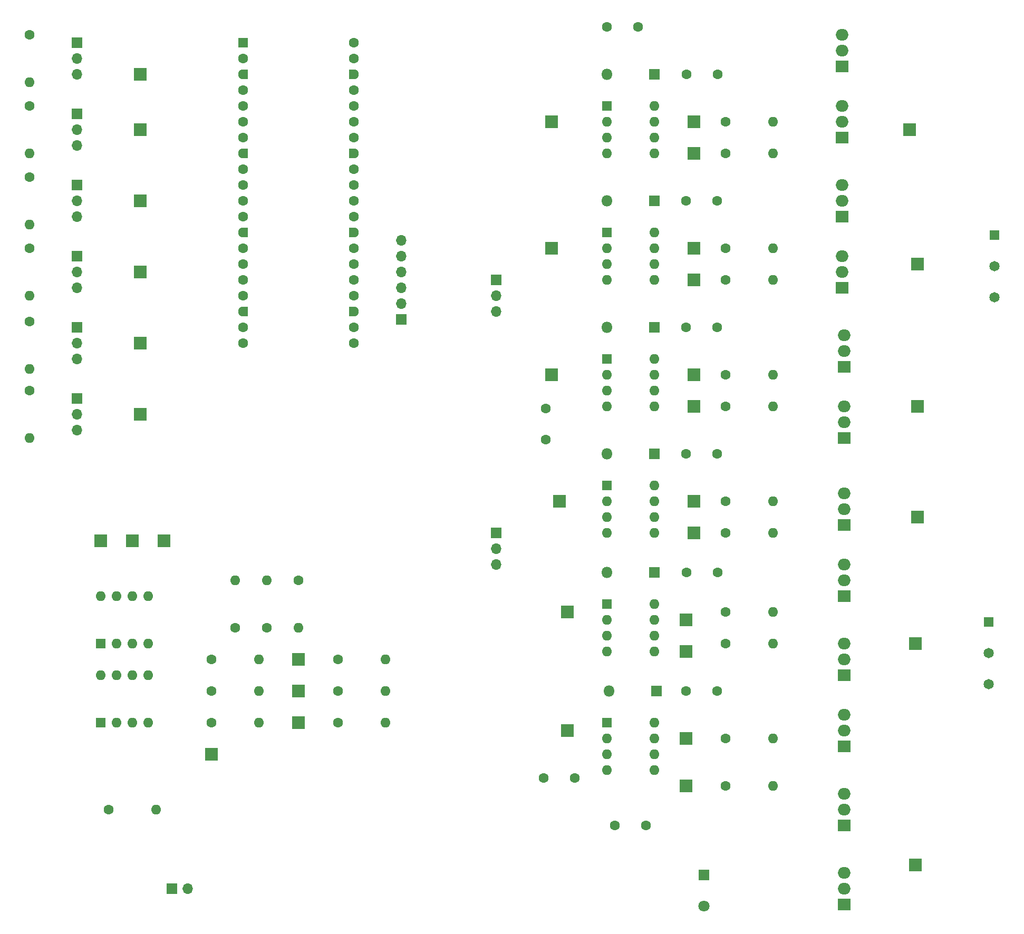
<source format=gbr>
%TF.GenerationSoftware,KiCad,Pcbnew,7.0.5*%
%TF.CreationDate,2024-03-16T22:55:45+00:00*%
%TF.ProjectId,PCB,5043422e-6b69-4636-9164-5f7063625858,rev?*%
%TF.SameCoordinates,Original*%
%TF.FileFunction,Soldermask,Bot*%
%TF.FilePolarity,Negative*%
%FSLAX46Y46*%
G04 Gerber Fmt 4.6, Leading zero omitted, Abs format (unit mm)*
G04 Created by KiCad (PCBNEW 7.0.5) date 2024-03-16 22:55:45*
%MOMM*%
%LPD*%
G01*
G04 APERTURE LIST*
G04 Aperture macros list*
%AMRoundRect*
0 Rectangle with rounded corners*
0 $1 Rounding radius*
0 $2 $3 $4 $5 $6 $7 $8 $9 X,Y pos of 4 corners*
0 Add a 4 corners polygon primitive as box body*
4,1,4,$2,$3,$4,$5,$6,$7,$8,$9,$2,$3,0*
0 Add four circle primitives for the rounded corners*
1,1,$1+$1,$2,$3*
1,1,$1+$1,$4,$5*
1,1,$1+$1,$6,$7*
1,1,$1+$1,$8,$9*
0 Add four rect primitives between the rounded corners*
20,1,$1+$1,$2,$3,$4,$5,0*
20,1,$1+$1,$4,$5,$6,$7,0*
20,1,$1+$1,$6,$7,$8,$9,0*
20,1,$1+$1,$8,$9,$2,$3,0*%
%AMFreePoly0*
4,1,28,0.605014,0.794986,0.644504,0.794986,0.724698,0.756366,0.780194,0.686777,0.800000,0.600000,0.800000,-0.600000,0.780194,-0.686777,0.724698,-0.756366,0.644504,-0.794986,0.605014,-0.794986,0.600000,-0.800000,0.000000,-0.800000,-0.178017,-0.779942,-0.347107,-0.720775,-0.498792,-0.625465,-0.625465,-0.498792,-0.720775,-0.347107,-0.779942,-0.178017,-0.800000,0.000000,-0.779942,0.178017,
-0.720775,0.347107,-0.625465,0.498792,-0.498792,0.625465,-0.347107,0.720775,-0.178017,0.779942,0.000000,0.800000,0.600000,0.800000,0.605014,0.794986,0.605014,0.794986,$1*%
%AMFreePoly1*
4,1,28,0.178017,0.779942,0.347107,0.720775,0.498792,0.625465,0.625465,0.498792,0.720775,0.347107,0.779942,0.178017,0.800000,0.000000,0.779942,-0.178017,0.720775,-0.347107,0.625465,-0.498792,0.498792,-0.625465,0.347107,-0.720775,0.178017,-0.779942,0.000000,-0.800000,-0.600000,-0.800000,-0.605014,-0.794986,-0.644504,-0.794986,-0.724698,-0.756366,-0.780194,-0.686777,-0.800000,-0.600000,
-0.800000,0.600000,-0.780194,0.686777,-0.724698,0.756366,-0.644504,0.794986,-0.605014,0.794986,-0.600000,0.800000,0.000000,0.800000,0.178017,0.779942,0.178017,0.779942,$1*%
G04 Aperture macros list end*
%ADD10R,1.800000X1.800000*%
%ADD11O,1.800000X1.800000*%
%ADD12R,2.000000X2.000000*%
%ADD13C,1.600000*%
%ADD14O,1.600000X1.600000*%
%ADD15R,2.000000X1.905000*%
%ADD16O,2.000000X1.905000*%
%ADD17R,1.600000X1.600000*%
%ADD18R,1.700000X1.700000*%
%ADD19O,1.700000X1.700000*%
%ADD20RoundRect,0.200000X-0.600000X-0.600000X0.600000X-0.600000X0.600000X0.600000X-0.600000X0.600000X0*%
%ADD21FreePoly0,0.000000*%
%ADD22FreePoly1,0.000000*%
%ADD23R,1.650000X1.650000*%
%ADD24C,1.650000*%
%ADD25C,1.800000*%
G04 APERTURE END LIST*
D10*
%TO.C,D5*%
X234620000Y-103810000D03*
D11*
X227000000Y-103810000D03*
%TD*%
D12*
%TO.C,TP32*%
X239700000Y-176200000D03*
%TD*%
D13*
%TO.C,C1*%
X217170000Y-142160000D03*
X217170000Y-137160000D03*
%TD*%
%TO.C,R14*%
X163500000Y-182550000D03*
D14*
X171120000Y-182550000D03*
%TD*%
D12*
%TO.C,TP5*%
X240970000Y-96190000D03*
%TD*%
%TO.C,TP10*%
X276855000Y-136830000D03*
%TD*%
D13*
%TO.C,R4*%
X246050000Y-174930000D03*
D14*
X253670000Y-174930000D03*
%TD*%
D13*
%TO.C,C2*%
X239740000Y-144450000D03*
X244740000Y-144450000D03*
%TD*%
D15*
%TO.C,Q1*%
X265100000Y-167310000D03*
D16*
X265100000Y-164770000D03*
X265100000Y-162230000D03*
%TD*%
D12*
%TO.C,TP31*%
X239700000Y-171120000D03*
%TD*%
D15*
%TO.C,Q5*%
X265100000Y-216840000D03*
D16*
X265100000Y-214300000D03*
X265100000Y-211760000D03*
%TD*%
D13*
%TO.C,R25*%
X134290000Y-100000000D03*
D14*
X134290000Y-107620000D03*
%TD*%
D10*
%TO.C,D3*%
X234950000Y-182550000D03*
D11*
X227330000Y-182550000D03*
%TD*%
D13*
%TO.C,C5*%
X239780000Y-163500000D03*
X244780000Y-163500000D03*
%TD*%
D17*
%TO.C,U1*%
X227010000Y-149540000D03*
D14*
X227010000Y-152080000D03*
X227010000Y-154620000D03*
X227010000Y-157160000D03*
X234630000Y-157160000D03*
X234630000Y-154620000D03*
X234630000Y-152080000D03*
X234630000Y-149540000D03*
%TD*%
D12*
%TO.C,TP26*%
X240970000Y-152070000D03*
%TD*%
D15*
%TO.C,Q11*%
X265100000Y-130480000D03*
D16*
X265100000Y-127940000D03*
X265100000Y-125400000D03*
%TD*%
D12*
%TO.C,TP21*%
X152070000Y-83490000D03*
%TD*%
D13*
%TO.C,R5*%
X246050000Y-190170000D03*
D14*
X253670000Y-190170000D03*
%TD*%
D12*
%TO.C,TP29*%
X276530000Y-174930000D03*
%TD*%
%TO.C,TP20*%
X177470000Y-187630000D03*
%TD*%
D13*
%TO.C,R7*%
X246050000Y-91110000D03*
D14*
X253670000Y-91110000D03*
%TD*%
D12*
%TO.C,TP28*%
X276855000Y-154610000D03*
%TD*%
%TO.C,TP19*%
X177470000Y-182550000D03*
%TD*%
D13*
%TO.C,R16*%
X183820000Y-177470000D03*
D14*
X191440000Y-177470000D03*
%TD*%
D12*
%TO.C,TP1*%
X218110000Y-91110000D03*
%TD*%
D15*
%TO.C,Q9*%
X264775000Y-106350000D03*
D16*
X264775000Y-103810000D03*
X264775000Y-101270000D03*
%TD*%
D17*
%TO.C,U6*%
X227010000Y-108900000D03*
D14*
X227010000Y-111440000D03*
X227010000Y-113980000D03*
X227010000Y-116520000D03*
X234630000Y-116520000D03*
X234630000Y-113980000D03*
X234630000Y-111440000D03*
X234630000Y-108900000D03*
%TD*%
D13*
%TO.C,R13*%
X163500000Y-177470000D03*
D14*
X171120000Y-177470000D03*
%TD*%
D13*
%TO.C,C8*%
X239740000Y-182550000D03*
X244740000Y-182550000D03*
%TD*%
%TO.C,R6*%
X246050000Y-197790000D03*
D14*
X253670000Y-197790000D03*
%TD*%
D12*
%TO.C,TP17*%
X155880000Y-158420000D03*
%TD*%
%TO.C,TP36*%
X152070000Y-138100000D03*
%TD*%
D17*
%TO.C,U7*%
X227010000Y-129220000D03*
D14*
X227010000Y-131760000D03*
X227010000Y-134300000D03*
X227010000Y-136840000D03*
X234630000Y-136840000D03*
X234630000Y-134300000D03*
X234630000Y-131760000D03*
X234630000Y-129220000D03*
%TD*%
D17*
%TO.C,U5*%
X227010000Y-88580000D03*
D14*
X227010000Y-91120000D03*
X227010000Y-93660000D03*
X227010000Y-96200000D03*
X234630000Y-96200000D03*
X234630000Y-93660000D03*
X234630000Y-91120000D03*
X234630000Y-88580000D03*
%TD*%
D17*
%TO.C,U9*%
X145730000Y-174920000D03*
D14*
X148270000Y-174920000D03*
X150810000Y-174920000D03*
X153350000Y-174920000D03*
X153350000Y-167300000D03*
X150810000Y-167300000D03*
X148270000Y-167300000D03*
X145730000Y-167300000D03*
%TD*%
D18*
%TO.C,J4*%
X209220000Y-116510000D03*
D19*
X209220000Y-119050000D03*
X209220000Y-121590000D03*
%TD*%
D13*
%TO.C,C7*%
X221880000Y-196520000D03*
X216880000Y-196520000D03*
%TD*%
D12*
%TO.C,TP6*%
X240970000Y-111430000D03*
%TD*%
%TO.C,TP4*%
X240970000Y-91110000D03*
%TD*%
D17*
%TO.C,U8*%
X145730000Y-187620000D03*
D14*
X148270000Y-187620000D03*
X150810000Y-187620000D03*
X153350000Y-187620000D03*
X153350000Y-180000000D03*
X150810000Y-180000000D03*
X148270000Y-180000000D03*
X145730000Y-180000000D03*
%TD*%
D12*
%TO.C,TP14*%
X150800000Y-158420000D03*
%TD*%
D13*
%TO.C,R26*%
X134290000Y-111430000D03*
D14*
X134290000Y-119050000D03*
%TD*%
D12*
%TO.C,TP2*%
X218110000Y-111430000D03*
%TD*%
D13*
%TO.C,R11*%
X246050000Y-131750000D03*
D14*
X253670000Y-131750000D03*
%TD*%
D18*
%TO.C,J7*%
X141910000Y-89855000D03*
D19*
X141910000Y-92395000D03*
X141910000Y-94935000D03*
%TD*%
D15*
%TO.C,Q4*%
X265100000Y-204140000D03*
D16*
X265100000Y-201600000D03*
X265100000Y-199060000D03*
%TD*%
D13*
%TO.C,R22*%
X134290000Y-77140000D03*
D14*
X134290000Y-84760000D03*
%TD*%
D18*
%TO.C,J9*%
X141910000Y-78425000D03*
D19*
X141910000Y-80965000D03*
X141910000Y-83505000D03*
%TD*%
D12*
%TO.C,TP16*%
X152070000Y-115240000D03*
%TD*%
D13*
%TO.C,R21*%
X177470000Y-164770000D03*
D14*
X177470000Y-172390000D03*
%TD*%
D13*
%TO.C,C3*%
X239780000Y-83490000D03*
X244780000Y-83490000D03*
%TD*%
D12*
%TO.C,TP13*%
X163500000Y-192710000D03*
%TD*%
D10*
%TO.C,D4*%
X234620000Y-83490000D03*
D11*
X227000000Y-83490000D03*
%TD*%
D13*
%TO.C,R28*%
X134290000Y-134290000D03*
D14*
X134290000Y-141910000D03*
%TD*%
D13*
%TO.C,C9*%
X233310000Y-204140000D03*
X228310000Y-204140000D03*
%TD*%
D18*
%TO.C,J8*%
X141910000Y-101270000D03*
D19*
X141910000Y-103810000D03*
X141910000Y-106350000D03*
%TD*%
D12*
%TO.C,TP18*%
X177470000Y-177470000D03*
%TD*%
D13*
%TO.C,R18*%
X183820000Y-187630000D03*
D14*
X191440000Y-187630000D03*
%TD*%
D13*
%TO.C,R8*%
X246050000Y-96190000D03*
D14*
X253670000Y-96190000D03*
%TD*%
D17*
%TO.C,U3*%
X227000000Y-187640000D03*
D14*
X227000000Y-190180000D03*
X227000000Y-192720000D03*
X227000000Y-195260000D03*
X234620000Y-195260000D03*
X234620000Y-192720000D03*
X234620000Y-190180000D03*
X234620000Y-187640000D03*
%TD*%
D12*
%TO.C,TP27*%
X240970000Y-157150000D03*
%TD*%
D20*
%TO.C,U4*%
X168580000Y-78410000D03*
D13*
X168580000Y-80950000D03*
D21*
X168580000Y-83490000D03*
D13*
X168580000Y-86030000D03*
X168580000Y-88570000D03*
X168580000Y-91110000D03*
X168580000Y-93650000D03*
D21*
X168580000Y-96190000D03*
D13*
X168580000Y-98730000D03*
X168580000Y-101270000D03*
X168580000Y-103810000D03*
X168580000Y-106350000D03*
D21*
X168580000Y-108890000D03*
D13*
X168580000Y-111430000D03*
X168580000Y-113970000D03*
X168580000Y-116510000D03*
X168580000Y-119050000D03*
D21*
X168580000Y-121590000D03*
D13*
X168580000Y-124130000D03*
X168580000Y-126670000D03*
X186360000Y-126670000D03*
X186360000Y-124130000D03*
D22*
X186360000Y-121590000D03*
D13*
X186360000Y-119050000D03*
X186360000Y-116510000D03*
X186360000Y-113970000D03*
X186360000Y-111430000D03*
D22*
X186360000Y-108890000D03*
D13*
X186360000Y-106350000D03*
X186360000Y-103810000D03*
X186360000Y-101270000D03*
X186360000Y-98730000D03*
D22*
X186360000Y-96190000D03*
D13*
X186360000Y-93650000D03*
X186360000Y-91110000D03*
X186360000Y-88570000D03*
X186360000Y-86030000D03*
D22*
X186360000Y-83490000D03*
D13*
X186360000Y-80950000D03*
X186360000Y-78410000D03*
%TD*%
D12*
%TO.C,TP11*%
X240970000Y-131750000D03*
%TD*%
D18*
%TO.C,J11*%
X141910000Y-124130000D03*
D19*
X141910000Y-126670000D03*
X141910000Y-129210000D03*
%TD*%
D12*
%TO.C,TP33*%
X239700000Y-190170000D03*
%TD*%
%TO.C,TP30*%
X276530000Y-210490000D03*
%TD*%
D13*
%TO.C,R1*%
X246050000Y-152070000D03*
D14*
X253670000Y-152070000D03*
%TD*%
D12*
%TO.C,TP8*%
X275585000Y-92380000D03*
%TD*%
D18*
%TO.C,J3*%
X209220000Y-157150000D03*
D19*
X209220000Y-159690000D03*
X209220000Y-162230000D03*
%TD*%
D10*
%TO.C,D1*%
X234620000Y-144450000D03*
D11*
X227000000Y-144450000D03*
%TD*%
D18*
%TO.C,J1*%
X193980000Y-122860000D03*
D19*
X193980000Y-120320000D03*
X193980000Y-117780000D03*
X193980000Y-115240000D03*
X193980000Y-112700000D03*
X193980000Y-110160000D03*
%TD*%
D15*
%TO.C,Q8*%
X264775000Y-93650000D03*
D16*
X264775000Y-91110000D03*
X264775000Y-88570000D03*
%TD*%
D10*
%TO.C,D2*%
X234620000Y-163500000D03*
D11*
X227000000Y-163500000D03*
%TD*%
D13*
%TO.C,R12*%
X246050000Y-136830000D03*
D14*
X253670000Y-136830000D03*
%TD*%
D12*
%TO.C,TP15*%
X145720000Y-158420000D03*
%TD*%
D13*
%TO.C,R3*%
X246050000Y-169850000D03*
D14*
X253670000Y-169850000D03*
%TD*%
D12*
%TO.C,TP25*%
X220650000Y-188900000D03*
%TD*%
%TO.C,TP22*%
X152070000Y-92380000D03*
%TD*%
%TO.C,TP35*%
X152070000Y-103810000D03*
%TD*%
%TO.C,TP12*%
X240970000Y-136830000D03*
%TD*%
%TO.C,TP24*%
X220650000Y-169850000D03*
%TD*%
D15*
%TO.C,Q7*%
X265100000Y-155880000D03*
D16*
X265100000Y-153340000D03*
X265100000Y-150800000D03*
%TD*%
D13*
%TO.C,R2*%
X246050000Y-157150000D03*
D14*
X253670000Y-157150000D03*
%TD*%
D18*
%TO.C,J10*%
X141910000Y-112700000D03*
D19*
X141910000Y-115240000D03*
X141910000Y-117780000D03*
%TD*%
D13*
%TO.C,C10*%
X232040000Y-75870000D03*
X227040000Y-75870000D03*
%TD*%
D15*
%TO.C,Q10*%
X264775000Y-117780000D03*
D16*
X264775000Y-115240000D03*
X264775000Y-112700000D03*
%TD*%
D12*
%TO.C,TP34*%
X239700000Y-197790000D03*
%TD*%
D13*
%TO.C,R19*%
X167310000Y-172390000D03*
D14*
X167310000Y-164770000D03*
%TD*%
D12*
%TO.C,TP3*%
X218110000Y-131750000D03*
%TD*%
D13*
%TO.C,R27*%
X134290000Y-123190000D03*
D14*
X134290000Y-130810000D03*
%TD*%
D13*
%TO.C,R17*%
X183820000Y-182550000D03*
D14*
X191440000Y-182550000D03*
%TD*%
D12*
%TO.C,TP7*%
X240970000Y-116510000D03*
%TD*%
%TO.C,TP9*%
X276855000Y-113970000D03*
%TD*%
D18*
%TO.C,J13*%
X157150000Y-214300000D03*
D19*
X159690000Y-214300000D03*
%TD*%
D23*
%TO.C,J2*%
X289260000Y-109300000D03*
D24*
X289260000Y-114300000D03*
X289260000Y-119300000D03*
%TD*%
D23*
%TO.C,J5*%
X288290000Y-171450000D03*
D24*
X288290000Y-176450000D03*
X288290000Y-181450000D03*
%TD*%
D15*
%TO.C,Q3*%
X265100000Y-180010000D03*
D16*
X265100000Y-177470000D03*
X265100000Y-174930000D03*
%TD*%
D18*
%TO.C,J12*%
X141910000Y-135575000D03*
D19*
X141910000Y-138115000D03*
X141910000Y-140655000D03*
%TD*%
D13*
%TO.C,R10*%
X246050000Y-116510000D03*
D14*
X253670000Y-116510000D03*
%TD*%
D13*
%TO.C,R24*%
X146990000Y-201600000D03*
D14*
X154610000Y-201600000D03*
%TD*%
D13*
%TO.C,R9*%
X246050000Y-111430000D03*
D14*
X253670000Y-111430000D03*
%TD*%
D15*
%TO.C,Q12*%
X265100000Y-141910000D03*
D16*
X265100000Y-139370000D03*
X265100000Y-136830000D03*
%TD*%
D13*
%TO.C,R15*%
X163500000Y-187630000D03*
D14*
X171120000Y-187630000D03*
%TD*%
D15*
%TO.C,Q2*%
X265100000Y-191440000D03*
D16*
X265100000Y-188900000D03*
X265100000Y-186360000D03*
%TD*%
D15*
%TO.C,Q6*%
X264775000Y-82220000D03*
D16*
X264775000Y-79680000D03*
X264775000Y-77140000D03*
%TD*%
D10*
%TO.C,D6*%
X234620000Y-124130000D03*
D11*
X227000000Y-124130000D03*
%TD*%
D13*
%TO.C,C4*%
X239740000Y-103810000D03*
X244740000Y-103810000D03*
%TD*%
%TO.C,R20*%
X172390000Y-172390000D03*
D14*
X172390000Y-164770000D03*
%TD*%
D12*
%TO.C,TP23*%
X219380000Y-152070000D03*
%TD*%
D10*
%TO.C,J6*%
X242570000Y-212090000D03*
D25*
X242570000Y-217090000D03*
%TD*%
D12*
%TO.C,TP37*%
X152070000Y-126670000D03*
%TD*%
D13*
%TO.C,C6*%
X239740000Y-124130000D03*
X244740000Y-124130000D03*
%TD*%
%TO.C,R23*%
X134290000Y-88570000D03*
D14*
X134290000Y-96190000D03*
%TD*%
D17*
%TO.C,U2*%
X227010000Y-168590000D03*
D14*
X227010000Y-171130000D03*
X227010000Y-173670000D03*
X227010000Y-176210000D03*
X234630000Y-176210000D03*
X234630000Y-173670000D03*
X234630000Y-171130000D03*
X234630000Y-168590000D03*
%TD*%
M02*

</source>
